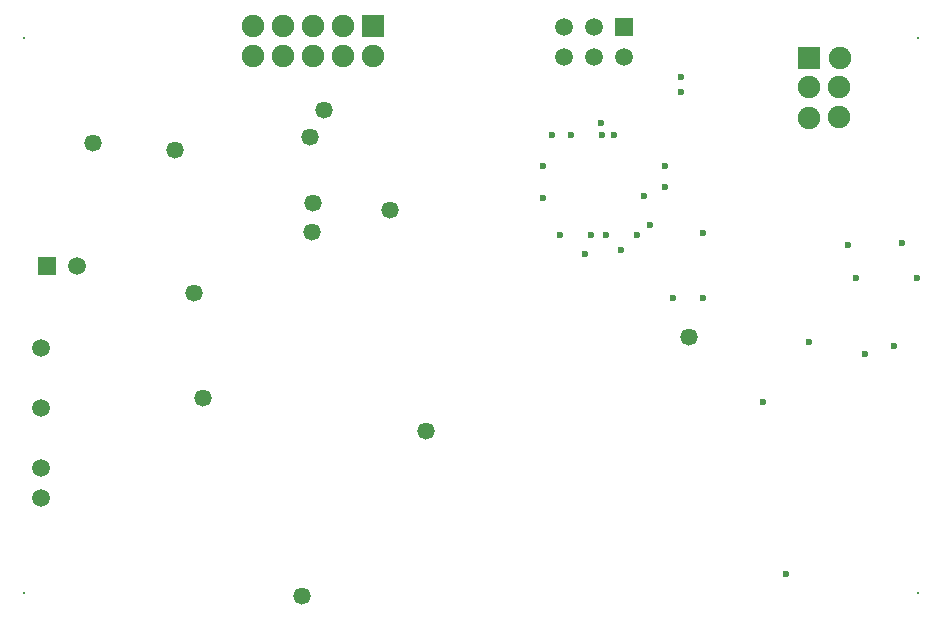
<source format=gbs>
%FSLAX42Y42*%
%MOMM*%
G71*
G01*
G75*
G04 Layer_Color=16711935*
%ADD10R,1.45X1.65*%
%ADD11R,1.65X1.45*%
%ADD12O,2.20X0.60*%
%ADD13R,1.30X1.80*%
%ADD14R,5.55X6.10*%
%ADD15R,1.55X0.60*%
%ADD16R,0.80X0.90*%
%ADD17R,0.90X0.80*%
%ADD18R,1.40X0.90*%
%ADD19R,0.90X1.40*%
%ADD20R,1.15X1.80*%
%ADD21R,1.80X1.15*%
%ADD22R,1.55X0.70*%
%ADD23R,0.70X1.55*%
%ADD24R,1.00X1.75*%
%ADD25R,1.75X1.00*%
%ADD26R,3.10X5.60*%
%ADD27C,0.29*%
%ADD28O,0.40X1.70*%
%ADD29R,1.65X2.00*%
G04:AMPARAMS|DCode=30|XSize=0.8mm|YSize=1.5mm|CornerRadius=0mm|HoleSize=0mm|Usage=FLASHONLY|Rotation=180.000|XOffset=0mm|YOffset=0mm|HoleType=Round|Shape=Octagon|*
%AMOCTAGOND30*
4,1,8,0.20,-0.75,-0.20,-0.75,-0.40,-0.55,-0.40,0.55,-0.20,0.75,0.20,0.75,0.40,0.55,0.40,-0.55,0.20,-0.75,0.0*
%
%ADD30OCTAGOND30*%

G04:AMPARAMS|DCode=31|XSize=0.8mm|YSize=1.5mm|CornerRadius=0mm|HoleSize=0mm|Usage=FLASHONLY|Rotation=90.000|XOffset=0mm|YOffset=0mm|HoleType=Round|Shape=Octagon|*
%AMOCTAGOND31*
4,1,8,-0.75,-0.20,-0.75,0.20,-0.55,0.40,0.55,0.40,0.75,0.20,0.75,-0.20,0.55,-0.40,-0.55,-0.40,-0.75,-0.20,0.0*
%
%ADD31OCTAGOND31*%

%ADD32O,1.35X0.55*%
%ADD33O,0.60X1.55*%
%ADD34R,1.10X0.60*%
%ADD35C,0.50*%
%ADD36C,0.30*%
%ADD37C,0.10*%
%ADD38C,1.00*%
%ADD39C,0.25*%
%ADD40C,0.15*%
%ADD41C,0.20*%
%ADD42C,1.70*%
%ADD43R,1.70X1.70*%
%ADD44R,1.70X1.70*%
%ADD45C,1.30*%
%ADD46R,1.30X1.30*%
%ADD47C,1.27*%
%ADD48C,0.40*%
%ADD49C,0.25*%
%ADD50C,0.60*%
%ADD51C,0.08*%
%ADD52R,1.65X1.85*%
%ADD53R,1.85X1.65*%
%ADD54O,2.40X0.80*%
%ADD55R,1.50X2.00*%
%ADD56R,5.75X6.30*%
%ADD57R,1.75X0.80*%
%ADD58R,1.00X1.10*%
%ADD59R,1.10X1.00*%
%ADD60R,1.60X1.10*%
%ADD61R,1.10X1.60*%
%ADD62R,1.35X2.00*%
%ADD63R,2.00X1.35*%
%ADD64R,1.75X0.90*%
%ADD65R,0.90X1.75*%
%ADD66R,1.20X1.95*%
%ADD67R,1.95X1.20*%
%ADD68R,3.30X5.80*%
%ADD69C,0.49*%
%ADD70O,0.60X1.90*%
%ADD71R,1.85X2.20*%
G04:AMPARAMS|DCode=72|XSize=1mm|YSize=1.7mm|CornerRadius=0mm|HoleSize=0mm|Usage=FLASHONLY|Rotation=180.000|XOffset=0mm|YOffset=0mm|HoleType=Round|Shape=Octagon|*
%AMOCTAGOND72*
4,1,8,0.25,-0.85,-0.25,-0.85,-0.50,-0.60,-0.50,0.60,-0.25,0.85,0.25,0.85,0.50,0.60,0.50,-0.60,0.25,-0.85,0.0*
%
%ADD72OCTAGOND72*%

G04:AMPARAMS|DCode=73|XSize=1mm|YSize=1.7mm|CornerRadius=0mm|HoleSize=0mm|Usage=FLASHONLY|Rotation=90.000|XOffset=0mm|YOffset=0mm|HoleType=Round|Shape=Octagon|*
%AMOCTAGOND73*
4,1,8,-0.85,-0.25,-0.85,0.25,-0.60,0.50,0.60,0.50,0.85,0.25,0.85,-0.25,0.60,-0.50,-0.60,-0.50,-0.85,-0.25,0.0*
%
%ADD73OCTAGOND73*%

%ADD74O,1.55X0.75*%
%ADD75O,0.80X1.75*%
%ADD76R,1.30X0.80*%
%ADD77C,0.20*%
%ADD78C,1.90*%
%ADD79R,1.90X1.90*%
%ADD80R,1.90X1.90*%
%ADD81C,1.50*%
%ADD82R,1.50X1.50*%
%ADD83C,1.47*%
%ADD84C,0.60*%
D77*
X400Y5108D02*
D03*
X7975Y408D02*
D03*
X400D02*
D03*
X7975Y5108D02*
D03*
D78*
X3355Y4957D02*
D03*
X3104Y4956D02*
D03*
Y5210D02*
D03*
X2850Y4956D02*
D03*
Y5210D02*
D03*
X2596Y4956D02*
D03*
Y5210D02*
D03*
X2342Y4956D02*
D03*
Y5210D02*
D03*
X7308Y4940D02*
D03*
X7307Y4692D02*
D03*
X7053D02*
D03*
X7307Y4438D02*
D03*
X7053Y4436D02*
D03*
D79*
X3358Y5210D02*
D03*
D80*
X7053Y4940D02*
D03*
D81*
X550Y1211D02*
D03*
Y1465D02*
D03*
Y1973D02*
D03*
Y2481D02*
D03*
X5226Y4946D02*
D03*
Y5200D02*
D03*
X5481Y4946D02*
D03*
X4972D02*
D03*
Y5200D02*
D03*
X850Y3181D02*
D03*
D82*
X5481Y5200D02*
D03*
X596Y3181D02*
D03*
D83*
X2755Y389D02*
D03*
X2844Y3471D02*
D03*
X2851Y3711D02*
D03*
X2827Y4274D02*
D03*
X991Y4225D02*
D03*
X1917Y2064D02*
D03*
X1839Y2949D02*
D03*
X1685Y4161D02*
D03*
X3504Y3656D02*
D03*
X3809Y1786D02*
D03*
X6031Y2576D02*
D03*
X2941Y4501D02*
D03*
D84*
X5655Y3770D02*
D03*
X5330Y3445D02*
D03*
X4794Y3754D02*
D03*
X5590Y3445D02*
D03*
X4940Y3445D02*
D03*
X5704Y3526D02*
D03*
X5900Y2910D02*
D03*
X7524Y2438D02*
D03*
X6857Y569D02*
D03*
X7771Y2502D02*
D03*
X7966Y3077D02*
D03*
X7446D02*
D03*
X7381Y3360D02*
D03*
X4794Y4030D02*
D03*
X5038Y4290D02*
D03*
X5297D02*
D03*
X5964Y4778D02*
D03*
Y4649D02*
D03*
X6662Y2029D02*
D03*
X7053Y2535D02*
D03*
X6156Y2909D02*
D03*
X6154Y3458D02*
D03*
X7836Y3376D02*
D03*
X5200Y3445D02*
D03*
X5290Y4390D02*
D03*
X4875Y4290D02*
D03*
X5834Y3851D02*
D03*
X5460Y3315D02*
D03*
X5151Y3283D02*
D03*
X5395Y4290D02*
D03*
X5834Y4030D02*
D03*
M02*

</source>
